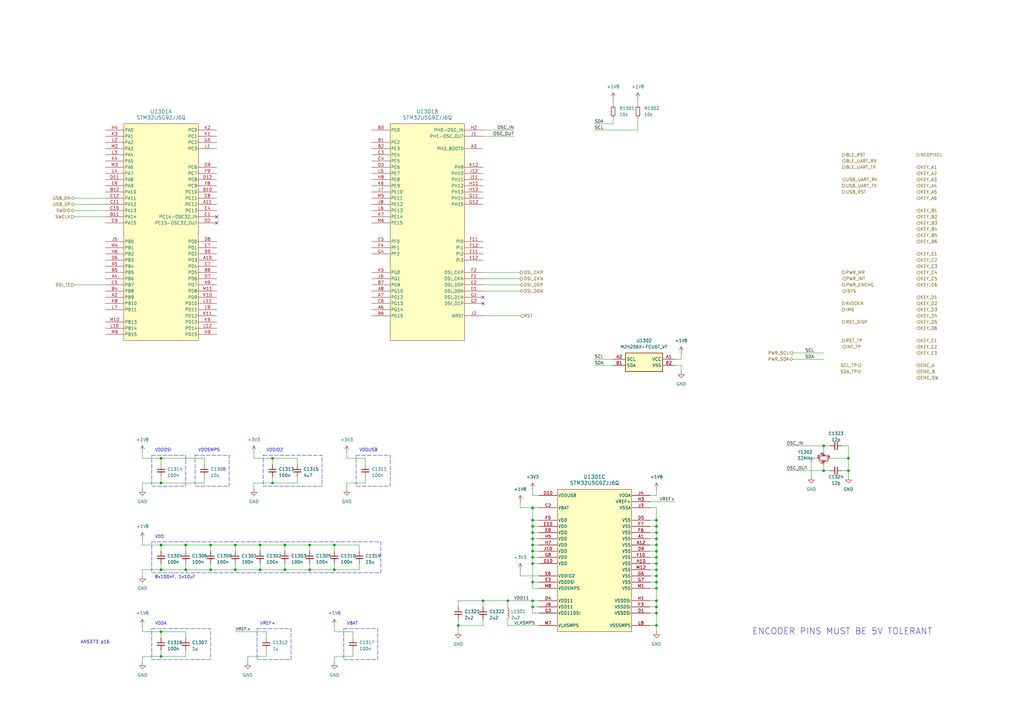
<source format=kicad_sch>
(kicad_sch (version 20231120) (generator "eeschema") (generator_version "8.0")
  (paper "A3")
  (lib_symbols
    (symbol "Device:C_Small" (pin_numbers hide) (pin_names (offset 0.254) hide)
      (property "Reference" "C" (at 0.254 1.778 0))
      (property "Value" "C_Small" (at 0.254 -2.032 0))
      (symbol "C_Small_0_1"
        (polyline (pts (xy -1.524 -0.508) (xy 1.524 -0.508)) (stroke (width 0.3302)))
        (polyline (pts (xy -1.524 0.508) (xy 1.524 0.508)) (stroke (width 0.3048)))
      )
      (symbol "C_Small_1_1"
        (pin passive line (at 0 2.54 270) (length 2.032) (name "~") (number "1"))
        (pin passive line (at 0 -2.54 90) (length 2.032) (name "~") (number "2"))
      )
    )
    (symbol "Device:Crystal_GND24_Small" (pin_names (offset 1.016) hide)
      (property "Reference" "Y" (at 1.27 4.445 0))
      (property "Value" "Crystal_GND24_Small" (at 1.27 2.54 0))
      (symbol "Crystal_GND24_Small_0_1"
        (rectangle (start -0.762 -1.524) (end 0.762 1.524))
        (polyline (pts (xy -1.27 -0.762) (xy -1.27 0.762)) (stroke (width 0.381)))
        (polyline (pts (xy 1.27 -0.762) (xy 1.27 0.762)) (stroke (width 0.381)))
        (polyline (pts (xy -1.27 -1.27) (xy -1.27 -1.905) (xy 1.27 -1.905) (xy 1.27 -1.27)))
        (polyline (pts (xy -1.27 1.27) (xy -1.27 1.905) (xy 1.27 1.905) (xy 1.27 1.27)))
      )
      (symbol "Crystal_GND24_Small_1_1"
        (pin passive line (at -2.54 0 0) (length 1.27) (name "1") (number "1"))
        (pin passive line (at 0 -2.54 90) (length 0.635) (name "2") (number "2"))
        (pin passive line (at 2.54 0 180) (length 1.27) (name "3") (number "3"))
        (pin passive line (at 0 2.54 270) (length 0.635) (name "4") (number "4"))
      )
    )
    (symbol "Device:L_Small" (pin_numbers hide) (pin_names (offset 0.254) hide)
      (property "Reference" "L" (at 0.762 1.016 0))
      (property "Value" "L_Small" (at 0.762 -1.016 0))
      (symbol "L_Small_0_1"
        (arc (start 0 -2.032) (mid 0.5058 -1.524) (end 0 -1.016))
        (arc (start 0 -1.016) (mid 0.5058 -0.508) (end 0 0))
        (arc (start 0 0) (mid 0.5058 0.508) (end 0 1.016))
        (arc (start 0 1.016) (mid 0.5058 1.524) (end 0 2.032))
      )
      (symbol "L_Small_1_1"
        (pin passive line (at 0 2.54 270) (length 0.508) (name "~") (number "1"))
        (pin passive line (at 0 -2.54 90) (length 0.508) (name "~") (number "2"))
      )
    )
    (symbol "Device:R_Small" (pin_numbers hide) (pin_names (offset 0.254) hide)
      (property "Reference" "R" (at 0.762 0.508 0))
      (property "Value" "R_Small" (at 0.762 -1.016 0))
      (symbol "R_Small_0_1"
        (rectangle (start -0.762 1.778) (end 0.762 -1.778) (stroke (width 0.2032)))
      )
      (symbol "R_Small_1_1"
        (pin passive line (at 0 2.54 270) (length 0.762) (name "~") (number "1"))
        (pin passive line (at 0 -2.54 90) (length 0.762) (name "~") (number "2"))
      )
    )
    (symbol "M24256X-FCU6T_VF:M24256X-FCU6T_VF"
      (property "Reference" "U" (at 0 7.62 0))
      (property "Value" "M24256X-FCU6T_VF" (at 0 5.08 0))
      (symbol "M24256X-FCU6T_VF_1_1"
        (rectangle (start -7.62 2.54) (end 7.62 -5.08) (stroke (width 0.254)) (fill (type background)))
        (pin passive line (at 12.7 0 180) (length 5.08) (name "VCC") (number "A1"))
        (pin passive line (at -12.7 0 0) (length 5.08) (name "SCL") (number "A2"))
        (pin passive line (at -12.7 -2.54 0) (length 5.08) (name "SDA") (number "B1"))
        (pin passive line (at 12.7 -2.54 180) (length 5.08) (name "VSS") (number "B2"))
      )
    )
    (symbol "STM32U5G9ZJJ6Q:STM32U5G9ZJJ6Q" (pin_names (offset 0.254))
      (property "Reference" "U" (at 0 5.08 0))
      (property "Value" "STM32U5G9ZJJ6Q" (at 0 2.54 0))
      (symbol "STM32U5G9ZJJ6Q_1_1"
        (rectangle (start -15.24 0) (end 15.24 -88.9) (fill (type background)))
        (pin bidirectional line (at 22.86 -55.88 180) (length 7.62) (name "PD3") (number "A10"))
        (pin bidirectional line (at 22.86 -33.02 180) (length 7.62) (name "PC12") (number "A11"))
        (pin bidirectional line (at -22.86 -71.12 0) (length 7.62) (name "PB9") (number "A2"))
        (pin bidirectional line (at -22.86 -63.5 0) (length 7.62) (name "PB6") (number "A4"))
        (pin bidirectional line (at -22.86 -58.42 0) (length 7.62) (name "PB4") (number "A5"))
        (pin bidirectional line (at 22.86 -66.04 180) (length 7.62) (name "PD7") (number "A9"))
        (pin bidirectional line (at 22.86 -27.94 180) (length 7.62) (name "PC10") (number "B10"))
        (pin bidirectional line (at -22.86 -38.1 0) (length 7.62) (name "PA14") (number "B11"))
        (pin bidirectional line (at -22.86 -27.94 0) (length 7.62) (name "PA10") (number "B12"))
        (pin bidirectional line (at -22.86 -68.58 0) (length 7.62) (name "PB8") (number "B4"))
        (pin bidirectional line (at -22.86 -60.96 0) (length 7.62) (name "PB5") (number "B5"))
        (pin bidirectional line (at 22.86 -60.96 180) (length 7.62) (name "PD5") (number "B8"))
        (pin bidirectional line (at 22.86 -53.34 180) (length 7.62) (name "PD2") (number "B9"))
        (pin bidirectional line (at 22.86 -38.1 180) (length 7.62) (name "PC14-OSC32_IN") (number "C1"))
        (pin bidirectional line (at -22.86 -35.56 0) (length 7.62) (name "PA13") (number "C10"))
        (pin bidirectional line (at -22.86 -33.02 0) (length 7.62) (name "PA12") (number "C11"))
        (pin bidirectional line (at -22.86 -30.48 0) (length 7.62) (name "PA11") (number "C12"))
        (pin bidirectional line (at -22.86 -66.04 0) (length 7.62) (name "PB7") (number "C5"))
        (pin bidirectional line (at 22.86 -58.42 180) (length 7.62) (name "PD4") (number "C7"))
        (pin bidirectional line (at 22.86 -30.48 180) (length 7.62) (name "PC11") (number "C8"))
        (pin bidirectional line (at -22.86 -40.64 0) (length 7.62) (name "PA15") (number "C9"))
        (pin bidirectional line (at -22.86 -22.86 0) (length 7.62) (name "PA8") (number "D11"))
        (pin bidirectional line (at 22.86 -22.86 180) (length 7.62) (name "PC8") (number "D12"))
        (pin output line (at 22.86 -40.64 180) (length 7.62) (name "PC15-OSC32_OUT") (number "D2"))
        (pin bidirectional line (at -22.86 -55.88 0) (length 7.62) (name "PB3") (number "D6"))
        (pin bidirectional line (at 22.86 -63.5 180) (length 7.62) (name "PD6") (number "D7"))
        (pin bidirectional line (at 22.86 -48.26 180) (length 7.62) (name "PD0") (number "D8"))
        (pin bidirectional line (at 22.86 -35.56 180) (length 7.62) (name "PC13") (number "E4"))
        (pin bidirectional line (at 22.86 -50.8 180) (length 7.62) (name "PD1") (number "E7"))
        (pin bidirectional line (at -22.86 -25.4 0) (length 7.62) (name "PA9") (number "E9"))
        (pin bidirectional line (at 22.86 -25.4 180) (length 7.62) (name "PC9") (number "F8"))
        (pin bidirectional line (at 22.86 -20.32 180) (length 7.62) (name "PC7") (number "F9"))
        (pin bidirectional line (at 22.86 -7.62 180) (length 7.62) (name "PC2") (number "G5"))
        (pin bidirectional line (at 22.86 -17.78 180) (length 7.62) (name "PC6") (number "G9"))
        (pin bidirectional line (at -22.86 -2.54 0) (length 7.62) (name "PA0") (number "H4"))
        (pin bidirectional line (at -22.86 -53.34 0) (length 7.62) (name "PB2") (number "H6"))
        (pin bidirectional line (at 22.86 -86.36 180) (length 7.62) (name "PD15") (number "H9"))
        (pin bidirectional line (at -22.86 -48.26 0) (length 7.62) (name "PB0") (number "J5"))
        (pin bidirectional line (at 22.86 -5.08 180) (length 7.62) (name "PC1") (number "K1"))
        (pin bidirectional line (at 22.86 -71.12 180) (length 7.62) (name "PD9") (number "K10"))
        (pin bidirectional line (at 22.86 -78.74 180) (length 7.62) (name "PD12") (number "K11"))
        (pin bidirectional line (at 22.86 -2.54 180) (length 7.62) (name "PC0") (number "K2"))
        (pin bidirectional line (at -22.86 -5.08 0) (length 7.62) (name "PA1") (number "K3"))
        (pin bidirectional line (at -22.86 -15.24 0) (length 7.62) (name "PA5") (number "K4"))
        (pin bidirectional line (at -22.86 -73.66 0) (length 7.62) (name "PB10") (number "K8"))
        (pin bidirectional line (at 22.86 -81.28 180) (length 7.62) (name "PD13") (number "K9"))
        (pin bidirectional line (at 22.86 -10.16 180) (length 7.62) (name "PC3") (number "L1"))
        (pin bidirectional line (at -22.86 -83.82 0) (length 7.62) (name "PB14") (number "L10"))
        (pin bidirectional line (at 22.86 -73.66 180) (length 7.62) (name "PD10") (number "L11"))
        (pin bidirectional line (at 22.86 -83.82 180) (length 7.62) (name "PD14") (number "L12"))
        (pin bidirectional line (at -22.86 -7.62 0) (length 7.62) (name "PA2") (number "L2"))
        (pin bidirectional line (at -22.86 -12.7 0) (length 7.62) (name "PA4") (number "L3"))
        (pin bidirectional line (at -22.86 -20.32 0) (length 7.62) (name "PA7") (number "L4"))
        (pin bidirectional line (at -22.86 -76.2 0) (length 7.62) (name "PB11") (number "L7"))
        (pin bidirectional line (at 22.86 -76.2 180) (length 7.62) (name "PD11") (number "L9"))
        (pin bidirectional line (at -22.86 -81.28 0) (length 7.62) (name "PB13") (number "M10"))
        (pin bidirectional line (at 22.86 -68.58 180) (length 7.62) (name "PD8") (number "M11"))
        (pin bidirectional line (at -22.86 -10.16 0) (length 7.62) (name "PA3") (number "M2"))
        (pin bidirectional line (at -22.86 -17.78 0) (length 7.62) (name "PA6") (number "M3"))
        (pin bidirectional line (at -22.86 -50.8 0) (length 7.62) (name "PB1") (number "M4"))
        (pin bidirectional line (at -22.86 -86.36 0) (length 7.62) (name "PB15") (number "M9"))
      )
      (symbol "STM32U5G9ZJJ6Q_2_1"
        (rectangle (start -15.24 0) (end 15.24 -88.9) (fill (type background)))
        (pin bidirectional line (at 22.86 -10.16 180) (length 7.62) (name "PH3_BOOT0") (number "A3"))
        (pin bidirectional line (at -22.86 -76.2 0) (length 7.62) (name "PG14") (number "A6"))
        (pin bidirectional line (at -22.86 -71.12 0) (length 7.62) (name "PG12") (number "A7"))
        (pin bidirectional line (at -22.86 -68.58 0) (length 7.62) (name "PG10") (number "A8"))
        (pin bidirectional line (at -22.86 -7.62 0) (length 7.62) (name "PE2") (number "B1"))
        (pin bidirectional line (at -22.86 -10.16 0) (length 7.62) (name "PE3") (number "B2"))
        (pin bidirectional line (at -22.86 -2.54 0) (length 7.62) (name "PE0") (number "B3"))
        (pin bidirectional line (at -22.86 -78.74 0) (length 7.62) (name "PG15") (number "B6"))
        (pin bidirectional line (at -22.86 -66.04 0) (length 7.62) (name "PG9") (number "B7"))
        (pin bidirectional line (at -22.86 -12.7 0) (length 7.62) (name "PE4") (number "C3"))
        (pin bidirectional line (at -22.86 -15.24 0) (length 7.62) (name "PE5") (number "C4"))
        (pin bidirectional line (at -22.86 -73.66 0) (length 7.62) (name "PG13") (number "C6"))
        (pin bidirectional line (at -22.86 -17.78 0) (length 7.62) (name "PE6") (number "D3"))
        (pin bidirectional line (at 22.86 -68.58 180) (length 7.62) (name "DSI_D0N") (number "E1"))
        (pin bidirectional line (at 22.86 -53.34 180) (length 7.62) (name "PI2") (number "E11"))
        (pin bidirectional line (at 22.86 -55.88 180) (length 7.62) (name "PI3") (number "E12"))
        (pin bidirectional line (at 22.86 -66.04 180) (length 7.62) (name "DSI_D0P") (number "E2"))
        (pin bidirectional line (at -22.86 -48.26 0) (length 7.62) (name "PF0") (number "E5"))
        (pin unspecified line (at 22.86 -63.5 180) (length 7.62) (name "DSI_CKN") (number "F1"))
        (pin bidirectional line (at 22.86 -48.26 180) (length 7.62) (name "PI0") (number "F11"))
        (pin bidirectional line (at 22.86 -50.8 180) (length 7.62) (name "PI1") (number "F12"))
        (pin unspecified line (at 22.86 -60.96 180) (length 7.62) (name "DSI_CKP") (number "F2"))
        (pin bidirectional line (at -22.86 -50.8 0) (length 7.62) (name "PF1") (number "F4"))
        (pin bidirectional line (at 22.86 -71.12 180) (length 7.62) (name "DSI_D1N") (number "G1"))
        (pin bidirectional line (at 22.86 -30.48 180) (length 7.62) (name "PH14") (number "G11"))
        (pin bidirectional line (at 22.86 -33.02 180) (length 7.62) (name "PH15") (number "G12"))
        (pin bidirectional line (at 22.86 -73.66 180) (length 7.62) (name "DSI_D1P") (number "G2"))
        (pin bidirectional line (at -22.86 -53.34 0) (length 7.62) (name "PF2") (number "G4"))
        (pin bidirectional line (at 22.86 -25.4 180) (length 7.62) (name "PH12") (number "H11"))
        (pin bidirectional line (at 22.86 -27.94 180) (length 7.62) (name "PH13") (number "H12"))
        (pin bidirectional line (at 22.86 -2.54 180) (length 7.62) (name "PH0-OSC_IN") (number "H2"))
        (pin bidirectional line (at -22.86 -22.86 0) (length 7.62) (name "PE8") (number "H8"))
        (pin output line (at 22.86 -5.08 180) (length 7.62) (name "PH1-OSC_OUT") (number "J1"))
        (pin bidirectional line (at 22.86 -22.86 180) (length 7.62) (name "PH11") (number "J11"))
        (pin bidirectional line (at 22.86 -20.32 180) (length 7.62) (name "PH10") (number "J12"))
        (pin unspecified line (at 22.86 -78.74 180) (length 7.62) (name "NRST") (number "J2"))
        (pin bidirectional line (at -22.86 -63.5 0) (length 7.62) (name "PG1") (number "J6"))
        (pin bidirectional line (at -22.86 -27.94 0) (length 7.62) (name "PE10") (number "J7"))
        (pin bidirectional line (at -22.86 -33.02 0) (length 7.62) (name "PE12") (number "J8"))
        (pin bidirectional line (at 22.86 -17.78 180) (length 7.62) (name "PH9") (number "K12"))
        (pin bidirectional line (at -22.86 -60.96 0) (length 7.62) (name "PG0") (number "K5"))
        (pin bidirectional line (at -22.86 -25.4 0) (length 7.62) (name "PE9") (number "K6"))
        (pin bidirectional line (at -22.86 -38.1 0) (length 7.62) (name "PE14") (number "K7"))
        (pin bidirectional line (at -22.86 -20.32 0) (length 7.62) (name "PE7") (number "L5"))
        (pin bidirectional line (at -22.86 -35.56 0) (length 7.62) (name "PE13") (number "L6"))
        (pin bidirectional line (at -22.86 -30.48 0) (length 7.62) (name "PE11") (number "M5"))
        (pin bidirectional line (at -22.86 -40.64 0) (length 7.62) (name "PE15") (number "M6"))
      )
      (symbol "STM32U5G9ZJJ6Q_3_1"
        (rectangle (start -15.24 0) (end 15.24 -58.42) (fill (type background)))
        (pin power_out line (at 22.86 -20.32 180) (length 7.62) (name "VSS") (number "A1"))
        (pin power_out line (at 22.86 -22.86 180) (length 7.62) (name "VSS") (number "A12"))
        (pin power_in line (at -22.86 -7.62 0) (length 7.62) (name "VBAT") (number "C2"))
        (pin power_out line (at 22.86 -50.8 180) (length 7.62) (name "VSSDSI") (number "D1"))
        (pin power_in line (at -22.86 -2.54 0) (length 7.62) (name "VDDUSB") (number "D10"))
        (pin power_in line (at -22.86 -45.72 0) (length 7.62) (name "VDD11") (number "D4"))
        (pin power_out line (at 22.86 -12.7 180) (length 7.62) (name "VSS") (number "D5"))
        (pin power_out line (at 22.86 -25.4 180) (length 7.62) (name "VSS") (number "D9"))
        (pin power_in line (at -22.86 -15.24 0) (length 7.62) (name "VDD") (number "E10"))
        (pin power_in line (at -22.86 -38.1 0) (length 7.62) (name "VDDDSI") (number "E3"))
        (pin power_in line (at -22.86 -35.56 0) (length 7.62) (name "VDDIO2") (number "E6"))
        (pin power_in line (at -22.86 -17.78 0) (length 7.62) (name "VDD") (number "E8"))
        (pin power_out line (at 22.86 -27.94 180) (length 7.62) (name "VSS") (number "F10"))
        (pin power_out line (at 22.86 -48.26 180) (length 7.62) (name "VSSDSI") (number "F3"))
        (pin power_in line (at -22.86 -12.7 0) (length 7.62) (name "VDD") (number "F5"))
        (pin power_out line (at 22.86 -17.78 180) (length 7.62) (name "VSS") (number "F6"))
        (pin power_out line (at 22.86 -15.24 180) (length 7.62) (name "VSS") (number "F7"))
        (pin power_in line (at -22.86 -30.48 0) (length 7.62) (name "VDD") (number "G10"))
        (pin power_in line (at -22.86 -50.8 0) (length 7.62) (name "VDD11DSI") (number "G3"))
        (pin power_out line (at 22.86 -35.56 180) (length 7.62) (name "VSS") (number "G6"))
        (pin power_out line (at 22.86 -38.1 180) (length 7.62) (name "VSS") (number "G7"))
        (pin power_in line (at -22.86 -27.94 0) (length 7.62) (name "VDD") (number "G8"))
        (pin power_out line (at 22.86 -45.72 180) (length 7.62) (name "VSSDSI") (number "H1"))
        (pin power_out line (at 22.86 -30.48 180) (length 7.62) (name "VSS") (number "H10"))
        (pin power_in line (at 22.86 -5.08 180) (length 7.62) (name "VREF+") (number "H3"))
        (pin power_in line (at -22.86 -20.32 0) (length 7.62) (name "VDD") (number "H5"))
        (pin power_in line (at -22.86 -22.86 0) (length 7.62) (name "VDD") (number "H7"))
        (pin power_in line (at -22.86 -25.4 0) (length 7.62) (name "VDD") (number "J10"))
        (pin power_out line (at 22.86 -7.62 180) (length 7.62) (name "VSSA") (number "J3"))
        (pin power_in line (at 22.86 -2.54 180) (length 7.62) (name "VDDA") (number "J4"))
        (pin power_in line (at -22.86 -48.26 0) (length 7.62) (name "VDD11") (number "J9"))
        (pin power_out line (at 22.86 -55.88 180) (length 7.62) (name "VSSSMPS") (number "L8"))
        (pin power_out line (at 22.86 -40.64 180) (length 7.62) (name "VSS") (number "M1"))
        (pin power_out line (at 22.86 -33.02 180) (length 7.62) (name "VSS") (number "M12"))
        (pin unspecified line (at -22.86 -55.88 0) (length 7.62) (name "VLXSMPS") (number "M7"))
        (pin power_in line (at -22.86 -40.64 0) (length 7.62) (name "VDDSMPS") (number "M8"))
      )
    )
    (symbol "power:+1V8" (power) (pin_numbers hide) (pin_names (offset 0) hide)
      (property "Value" "+1V8" (at 0 3.556 0))
      (symbol "+1V8_0_1"
        (polyline (pts (xy -0.762 1.27) (xy 0 2.54)))
        (polyline (pts (xy 0 0) (xy 0 2.54)))
        (polyline (pts (xy 0 2.54) (xy 0.762 1.27)))
      )
      (symbol "+1V8_1_1"
        (pin power_in line (at 0 0 90) (length 0) (name "~") (number "1"))
      )
    )
    (symbol "power:+3V3" (power) (pin_numbers hide) (pin_names (offset 0) hide)
      (property "Value" "+3V3" (at 0 3.556 0))
      (symbol "+3V3_0_1"
        (polyline (pts (xy -0.762 1.27) (xy 0 2.54)))
        (polyline (pts (xy 0 0) (xy 0 2.54)))
        (polyline (pts (xy 0 2.54) (xy 0.762 1.27)))
      )
      (symbol "+3V3_1_1"
        (pin power_in line (at 0 0 90) (length 0) (name "~") (number "1"))
      )
    )
    (symbol "power:GND" (power) (pin_numbers hide) (pin_names (offset 0) hide)
      (property "Value" "GND" (at 0 -3.81 0))
      (symbol "GND_0_1"
        (polyline (pts (xy 0 0) (xy 0 -1.27) (xy 1.27 -1.27) (xy 0 -2.54) (xy -1.27 -1.27) (xy 0 -1.27)))
      )
      (symbol "GND_1_1"
        (pin power_in line (at 0 0 270) (length 0) (name "~") (number "1"))
      )
    )
  )
  (junction (at 96.52 233.68))
  (junction (at 76.2 223.52))
  (junction (at 269.24 218.44))
  (junction (at 347.98 193.04))
  (junction (at 127 233.68))
  (junction (at 347.98 187.96))
  (junction (at 66.04 269.24))
  (junction (at 116.84 233.68))
  (junction (at 127 223.52))
  (junction (at 218.44 223.52))
  (junction (at 269.24 226.06))
  (junction (at 269.24 213.36))
  (junction (at 116.84 223.52))
  (junction (at 269.24 238.76))
  (junction (at 86.36 233.68))
  (junction (at 111.76 187.96))
  (junction (at 269.24 246.38))
  (junction (at 218.44 228.6))
  (junction (at 66.04 233.68))
  (junction (at 269.24 236.22))
  (junction (at 269.24 233.68))
  (junction (at 269.24 215.9))
  (junction (at 66.04 259.08))
  (junction (at 106.68 223.52))
  (junction (at 218.44 238.76))
  (junction (at 218.44 208.28))
  (junction (at 187.96 256.54))
  (junction (at 198.12 246.38))
  (junction (at 269.24 251.46))
  (junction (at 208.28 246.38))
  (junction (at 66.04 223.52))
  (junction (at 86.36 223.52))
  (junction (at 218.44 248.92))
  (junction (at 66.04 198.12))
  (junction (at 269.24 228.6))
  (junction (at 111.76 198.12))
  (junction (at 218.44 220.98))
  (junction (at 66.04 187.96))
  (junction (at 269.24 220.98))
  (junction (at 218.44 226.06))
  (junction (at 218.44 218.44))
  (junction (at 137.16 223.52))
  (junction (at 106.68 233.68))
  (junction (at 76.2 233.68))
  (junction (at 218.44 215.9))
  (junction (at 337.82 193.04))
  (junction (at 218.44 213.36))
  (junction (at 269.24 241.3))
  (junction (at 337.82 182.88))
  (junction (at 269.24 231.14))
  (junction (at 269.24 223.52))
  (junction (at 269.24 256.54))
  (junction (at 137.16 233.68))
  (junction (at 218.44 246.38))
  (junction (at 218.44 231.14))
  (junction (at 269.24 248.92))
  (junction (at 96.52 223.52))
  (no_connect (at 88.9 91.44))
  (no_connect (at 198.12 121.92))
  (no_connect (at 88.9 88.9))
  (no_connect (at 198.12 124.46))
  (wire (pts (xy 218.44 246.38) (xy 218.44 248.92)))
  (wire (pts (xy 66.04 198.12) (xy 66.04 195.58)))
  (wire (pts (xy 218.44 231.14) (xy 220.98 231.14)))
  (wire (pts (xy 220.98 241.3) (xy 218.44 241.3)))
  (wire (pts (xy 325.12 144.78) (xy 337.82 144.78)))
  (wire (pts (xy 147.32 233.68) (xy 147.32 231.14)))
  (wire (pts (xy 76.2 233.68) (xy 76.2 231.14)))
  (wire (pts (xy 58.42 233.68) (xy 66.04 233.68)))
  (wire (pts (xy 218.44 248.92) (xy 218.44 251.46)))
  (wire (pts (xy 106.68 223.52) (xy 116.84 223.52)))
  (wire (pts (xy 66.04 187.96) (xy 66.04 190.5)))
  (wire (pts (xy 269.24 259.08) (xy 269.24 256.54)))
  (wire (pts (xy 144.78 261.62) (xy 144.78 259.08)))
  (wire (pts (xy 187.96 248.92) (xy 187.96 246.38)))
  (wire (pts (xy 137.16 259.08) (xy 144.78 259.08)))
  (wire (pts (xy 218.44 208.28) (xy 218.44 213.36)))
  (wire (pts (xy 116.84 233.68) (xy 116.84 231.14)))
  (wire (pts (xy 137.16 233.68) (xy 137.16 231.14)))
  (wire (pts (xy 261.62 53.34) (xy 261.62 48.26)))
  (wire (pts (xy 213.36 233.68) (xy 213.36 236.22)))
  (wire (pts (xy 218.44 226.06) (xy 220.98 226.06)))
  (wire (pts (xy 269.24 238.76) (xy 266.7 238.76)))
  (wire (pts (xy 83.82 195.58) (xy 83.82 198.12)))
  (wire (pts (xy 137.16 223.52) (xy 137.16 226.06)))
  (wire (pts (xy 213.36 114.3) (xy 198.12 114.3)))
  (wire (pts (xy 269.24 213.36) (xy 266.7 213.36)))
  (wire (pts (xy 337.82 182.88) (xy 340.36 182.88)))
  (wire (pts (xy 66.04 223.52) (xy 66.04 226.06)))
  (wire (pts (xy 269.24 223.52) (xy 266.7 223.52)))
  (wire (pts (xy 322.58 182.88) (xy 337.82 182.88)))
  (wire (pts (xy 76.2 266.7) (xy 76.2 269.24)))
  (wire (pts (xy 144.78 266.7) (xy 144.78 269.24)))
  (wire (pts (xy 208.28 246.38) (xy 218.44 246.38)))
  (wire (pts (xy 101.6 271.78) (xy 101.6 269.24)))
  (wire (pts (xy 213.36 236.22) (xy 220.98 236.22)))
  (wire (pts (xy 104.14 185.42) (xy 104.14 187.96)))
  (wire (pts (xy 218.44 215.9) (xy 220.98 215.9)))
  (wire (pts (xy 269.24 218.44) (xy 266.7 218.44)))
  (wire (pts (xy 337.82 185.42) (xy 337.82 182.88)))
  (wire (pts (xy 106.68 223.52) (xy 106.68 226.06)))
  (wire (pts (xy 66.04 259.08) (xy 66.04 261.62)))
  (wire (pts (xy 137.16 269.24) (xy 144.78 269.24)))
  (wire (pts (xy 187.96 256.54) (xy 187.96 259.08)))
  (wire (pts (xy 86.36 233.68) (xy 86.36 231.14)))
  (wire (pts (xy 127 223.52) (xy 137.16 223.52)))
  (wire (pts (xy 269.24 236.22) (xy 266.7 236.22)))
  (wire (pts (xy 269.24 213.36) (xy 269.24 215.9)))
  (wire (pts (xy 269.24 226.06) (xy 269.24 228.6)))
  (wire (pts (xy 218.44 213.36) (xy 218.44 215.9)))
  (wire (pts (xy 104.14 187.96) (xy 111.76 187.96)))
  (wire (pts (xy 58.42 223.52) (xy 66.04 223.52)))
  (wire (pts (xy 218.44 251.46) (xy 220.98 251.46)))
  (wire (pts (xy 149.86 190.5) (xy 149.86 187.96)))
  (wire (pts (xy 142.24 200.66) (xy 142.24 198.12)))
  (wire (pts (xy 279.4 144.78) (xy 279.4 147.32)))
  (wire (pts (xy 269.24 200.66) (xy 269.24 203.2)))
  (wire (pts (xy 106.68 233.68) (xy 106.68 231.14)))
  (wire (pts (xy 269.24 248.92) (xy 266.7 248.92)))
  (wire (pts (xy 111.76 187.96) (xy 111.76 190.5)))
  (wire (pts (xy 251.46 40.64) (xy 251.46 43.18)))
  (wire (pts (xy 218.44 228.6) (xy 220.98 228.6)))
  (wire (pts (xy 66.04 223.52) (xy 76.2 223.52)))
  (wire (pts (xy 58.42 269.24) (xy 66.04 269.24)))
  (wire (pts (xy 104.14 200.66) (xy 104.14 198.12)))
  (wire (pts (xy 269.24 236.22) (xy 269.24 238.76)))
  (wire (pts (xy 269.24 231.14) (xy 269.24 233.68)))
  (wire (pts (xy 213.36 205.74) (xy 213.36 208.28)))
  (wire (pts (xy 269.24 223.52) (xy 269.24 226.06)))
  (wire (pts (xy 147.32 223.52) (xy 147.32 226.06)))
  (wire (pts (xy 243.84 50.8) (xy 251.46 50.8)))
  (wire (pts (xy 101.6 269.24) (xy 109.22 269.24)))
  (wire (pts (xy 187.96 254) (xy 187.96 256.54)))
  (wire (pts (xy 269.24 246.38) (xy 266.7 246.38)))
  (wire (pts (xy 96.52 223.52) (xy 96.52 226.06)))
  (wire (pts (xy 106.68 233.68) (xy 116.84 233.68)))
  (wire (pts (xy 213.36 111.76) (xy 198.12 111.76)))
  (wire (pts (xy 86.36 223.52) (xy 86.36 226.06)))
  (wire (pts (xy 96.52 233.68) (xy 106.68 233.68)))
  (wire (pts (xy 66.04 269.24) (xy 76.2 269.24)))
  (wire (pts (xy 337.82 190.5) (xy 337.82 193.04)))
  (wire (pts (xy 218.44 228.6) (xy 218.44 231.14)))
  (wire (pts (xy 30.48 83.82) (xy 43.18 83.82)))
  (wire (pts (xy 218.44 215.9) (xy 218.44 218.44)))
  (wire (pts (xy 269.24 256.54) (xy 266.7 256.54)))
  (wire (pts (xy 121.92 195.58) (xy 121.92 198.12)))
  (wire (pts (xy 218.44 223.52) (xy 220.98 223.52)))
  (wire (pts (xy 58.42 259.08) (xy 66.04 259.08)))
  (wire (pts (xy 30.48 88.9) (xy 43.18 88.9)))
  (wire (pts (xy 269.24 241.3) (xy 266.7 241.3)))
  (wire (pts (xy 127 223.52) (xy 127 226.06)))
  (wire (pts (xy 96.52 233.68) (xy 96.52 231.14)))
  (wire (pts (xy 269.24 228.6) (xy 269.24 231.14)))
  (wire (pts (xy 187.96 246.38) (xy 198.12 246.38)))
  (wire (pts (xy 269.24 241.3) (xy 269.24 246.38)))
  (wire (pts (xy 66.04 269.24) (xy 66.04 266.7)))
  (wire (pts (xy 208.28 248.92) (xy 208.28 246.38)))
  (wire (pts (xy 76.2 223.52) (xy 76.2 226.06)))
  (wire (pts (xy 86.36 223.52) (xy 96.52 223.52)))
  (wire (pts (xy 30.48 81.28) (xy 43.18 81.28)))
  (wire (pts (xy 269.24 215.9) (xy 269.24 218.44)))
  (wire (pts (xy 269.24 233.68) (xy 269.24 236.22)))
  (wire (pts (xy 198.12 55.88) (xy 210.82 55.88)))
  (wire (pts (xy 218.44 226.06) (xy 218.44 228.6)))
  (wire (pts (xy 58.42 271.78) (xy 58.42 269.24)))
  (wire (pts (xy 332.74 187.96) (xy 335.28 187.96)))
  (wire (pts (xy 86.36 233.68) (xy 96.52 233.68)))
  (wire (pts (xy 347.98 182.88) (xy 345.44 182.88)))
  (wire (pts (xy 198.12 246.38) (xy 198.12 248.92)))
  (wire (pts (xy 142.24 185.42) (xy 142.24 187.96)))
  (wire (pts (xy 269.24 226.06) (xy 266.7 226.06)))
  (wire (pts (xy 347.98 182.88) (xy 347.98 187.96)))
  (wire (pts (xy 347.98 187.96) (xy 347.98 193.04)))
  (wire (pts (xy 243.84 53.34) (xy 261.62 53.34)))
  (wire (pts (xy 83.82 190.5) (xy 83.82 187.96)))
  (wire (pts (xy 218.44 248.92) (xy 220.98 248.92)))
  (wire (pts (xy 218.44 218.44) (xy 220.98 218.44)))
  (wire (pts (xy 218.44 213.36) (xy 220.98 213.36)))
  (wire (pts (xy 269.24 218.44) (xy 269.24 220.98)))
  (wire (pts (xy 142.24 187.96) (xy 149.86 187.96)))
  (wire (pts (xy 111.76 195.58) (xy 111.76 198.12)))
  (wire (pts (xy 58.42 200.66) (xy 58.42 198.12)))
  (wire (pts (xy 269.24 215.9) (xy 266.7 215.9)))
  (wire (pts (xy 198.12 53.34) (xy 210.82 53.34)))
  (wire (pts (xy 218.44 231.14) (xy 218.44 238.76)))
  (wire (pts (xy 58.42 223.52) (xy 58.42 220.98)))
  (wire (pts (xy 269.24 231.14) (xy 266.7 231.14)))
  (wire (pts (xy 58.42 198.12) (xy 66.04 198.12)))
  (wire (pts (xy 269.24 208.28) (xy 269.24 213.36)))
  (wire (pts (xy 218.44 220.98) (xy 220.98 220.98)))
  (wire (pts (xy 127 233.68) (xy 137.16 233.68)))
  (wire (pts (xy 198.12 246.38) (xy 208.28 246.38)))
  (wire (pts (xy 218.44 208.28) (xy 220.98 208.28)))
  (wire (pts (xy 251.46 50.8) (xy 251.46 48.26)))
  (wire (pts (xy 58.42 187.96) (xy 66.04 187.96)))
  (wire (pts (xy 208.28 254) (xy 208.28 256.54)))
  (wire (pts (xy 243.84 147.32) (xy 251.46 147.32)))
  (wire (pts (xy 76.2 233.68) (xy 86.36 233.68)))
  (wire (pts (xy 137.16 233.68) (xy 147.32 233.68)))
  (wire (pts (xy 340.36 193.04) (xy 337.82 193.04)))
  (wire (pts (xy 261.62 40.64) (xy 261.62 43.18)))
  (wire (pts (xy 279.4 149.86) (xy 279.4 152.4)))
  (wire (pts (xy 213.36 116.84) (xy 198.12 116.84)))
  (wire (pts (xy 198.12 254) (xy 198.12 256.54)))
  (wire (pts (xy 96.52 223.52) (xy 106.68 223.52)))
  (wire (pts (xy 220.98 246.38) (xy 218.44 246.38)))
  (wire (pts (xy 269.24 220.98) (xy 269.24 223.52)))
  (wire (pts (xy 269.24 251.46) (xy 269.24 256.54)))
  (wire (pts (xy 58.42 185.42) (xy 58.42 187.96)))
  (wire (pts (xy 142.24 198.12) (xy 149.86 198.12)))
  (wire (pts (xy 137.16 223.52) (xy 147.32 223.52)))
  (wire (pts (xy 96.52 259.08) (xy 109.22 259.08)))
  (wire (pts (xy 104.14 198.12) (xy 111.76 198.12)))
  (wire (pts (xy 269.24 203.2) (xy 266.7 203.2)))
  (wire (pts (xy 340.36 187.96) (xy 347.98 187.96)))
  (wire (pts (xy 30.48 86.36) (xy 43.18 86.36)))
  (wire (pts (xy 276.86 147.32) (xy 279.4 147.32)))
  (wire (pts (xy 276.86 205.74) (xy 266.7 205.74)))
  (wire (pts (xy 347.98 193.04) (xy 347.98 195.58)))
  (wire (pts (xy 218.44 223.52) (xy 218.44 226.06)))
  (wire (pts (xy 322.58 193.04) (xy 337.82 193.04)))
  (wire (pts (xy 116.84 223.52) (xy 116.84 226.06)))
  (wire (pts (xy 149.86 195.58) (xy 149.86 198.12)))
  (wire (pts (xy 345.44 193.04) (xy 347.98 193.04)))
  (wire (pts (xy 83.82 198.12) (xy 66.04 198.12)))
  (wire (pts (xy 269.24 228.6) (xy 266.7 228.6)))
  (wire (pts (xy 243.84 149.86) (xy 251.46 149.86)))
  (wire (pts (xy 109.22 261.62) (xy 109.22 259.08)))
  (wire (pts (xy 269.24 248.92) (xy 269.24 251.46)))
  (wire (pts (xy 218.44 200.66) (xy 218.44 203.2)))
  (wire (pts (xy 137.16 271.78) (xy 137.16 269.24)))
  (wire (pts (xy 121.92 187.96) (xy 121.92 190.5)))
  (wire (pts (xy 66.04 259.08) (xy 76.2 259.08)))
  (wire (pts (xy 218.44 220.98) (xy 218.44 223.52)))
  (wire (pts (xy 276.86 149.86) (xy 279.4 149.86)))
  (wire (pts (xy 269.24 238.76) (xy 269.24 241.3)))
  (wire (pts (xy 127 233.68) (xy 127 231.14)))
  (wire (pts (xy 116.84 233.68) (xy 127 233.68)))
  (wire (pts (xy 116.84 223.52) (xy 127 223.52)))
  (wire (pts (xy 66.04 233.68) (xy 76.2 233.68)))
  (wire (pts (xy 213.36 119.38) (xy 198.12 119.38)))
  (wire (pts (xy 58.42 256.54) (xy 58.42 259.08)))
  (wire (pts (xy 76.2 223.52) (xy 86.36 223.52)))
  (wire (pts (xy 269.24 220.98) (xy 266.7 220.98)))
  (wire (pts (xy 66.04 187.96) (xy 83.82 187.96)))
  (wire (pts (xy 213.36 208.28) (xy 218.44 208.28)))
  (wire (pts (xy 218.44 238.76) (xy 218.44 241.3)))
  (wire (pts (xy 269.24 246.38) (xy 269.24 248.92)))
  (wire (pts (xy 218.44 203.2) (xy 220.98 203.2)))
  (wire (pts (xy 109.22 266.7) (xy 109.22 269.24)))
  (wire (pts (xy 121.92 198.12) (xy 111.76 198.12)))
  (wire (pts (xy 198.12 129.54) (xy 213.36 129.54)))
  (wire (pts (xy 332.74 187.96) (xy 332.74 195.58)))
  (wire (pts (xy 76.2 259.08) (xy 76.2 261.62)))
  (wire (pts (xy 30.48 116.84) (xy 43.18 116.84)))
  (wire (pts (xy 269.24 208.28) (xy 266.7 208.28)))
  (wire (pts (xy 58.42 236.22) (xy 58.42 233.68)))
  (wire (pts (xy 325.12 147.32) (xy 337.82 147.32)))
  (wire (pts (xy 66.04 233.68) (xy 66.04 231.14)))
  (wire (pts (xy 269.24 233.68) (xy 266.7 233.68)))
  (wire (pts (xy 218.44 238.76) (xy 220.98 238.76)))
  (wire (pts (xy 269.24 251.46) (xy 266.7 251.46)))
  (wire (pts (xy 111.76 187.96) (xy 121.92 187.96)))
  (wire (pts (xy 137.16 256.54) (xy 137.16 259.08)))
  (wire (pts (xy 198.12 256.54) (xy 187.96 256.54)))
  (wire (pts (xy 218.44 218.44) (xy 218.44 220.98)))
  (wire (pts (xy 208.28 256.54) (xy 220.98 256.54)))
  (rectangle (start 62.23 257.81) (end 86.36 270.51) (stroke (width 0) (type dash)))
  (rectangle (start 62.23 222.25) (end 156.21 234.95) (stroke (width 0) (type dash)))
  (rectangle (start 80.01 186.69) (end 93.98 199.39) (stroke (width 0) (type dash)))
  (rectangle (start 107.95 186.69) (end 132.08 199.39) (stroke (width 0) (type dash)))
  (rectangle (start 105.41 257.81) (end 119.38 270.51) (stroke (width 0) (type dash)))
  (rectangle (start 146.05 186.69) (end 160.02 199.39) (stroke (width 0) (type dash)))
  (rectangle (start 140.97 257.81) (end 154.94 270.51) (stroke (width 0) (type dash)))
  (rectangle (start 62.23 186.69) (end 76.2 199.39) (stroke (width 0) (type dash)))
  (text "VDDDSI" (at 63.5 185.42 0) (effects (font (size 1.27 1.27)) (justify left bottom)))
  (text "ENCODER PINS MUST BE 5V TOLERANT" (at 345.44 259.08 0) (effects (font (size 2.54 2.54))))
  (text "8x100nF, 1x10uF" (at 63.5 237.49 0) (effects (font (size 1.27 1.27)) (justify left bottom)))
  (text "VREF+" (at 106.68 256.54 0) (effects (font (size 1.27 1.27)) (justify left bottom)))
  (text "VDDUSB" (at 147.32 185.42 0) (effects (font (size 1.27 1.27)) (justify left bottom)))
  (text "VBAT" (at 142.24 256.54 0) (effects (font (size 1.27 1.27)) (justify left bottom)))
  (text "VDDA" (at 63.5 256.54 0) (effects (font (size 1.27 1.27)) (justify left bottom)))
  (text "VDD" (at 63.5 220.98 0) (effects (font (size 1.27 1.27)) (justify left bottom)))
  (text "AN5373 p16" (at 33.02 264.16 0) (effects (font (size 1.27 1.27)) (justify left bottom)))
  (text "VDDIO2" (at 109.22 185.42 0) (effects (font (size 1.27 1.27)) (justify left bottom)))
  (text "VDDSMPS" (at 81.28 185.42 0) (effects (font (size 1.27 1.27)) (justify left bottom)))
  (label "SDA" (at 243.84 149.86 0))
  (label "SCL" (at 330.2 144.78 0))
  (label "OSC_IN" (at 210.82 53.34 180))
  (label "OSC_OUT" (at 210.82 55.88 180))
  (label "SDA" (at 243.84 50.8 0))
  (label "VREF+" (at 96.52 259.08 0))
  (label "OSC_OUT" (at 322.58 193.04 0))
  (label "SCL" (at 243.84 147.32 0))
  (label "OSC_IN" (at 322.58 182.88 0))
  (label "VLXSMPS" (at 210.82 256.54 0))
  (label "VDD11" (at 210.82 246.38 0))
  (label "SDA" (at 330.2 147.32 0))
  (label "VREF+" (at 276.86 205.74 180))
  (label "SCL" (at 243.84 53.34 0))
  (hierarchical_label "KEY_E3" (shape input) (at 375.92 144.78 0))
  (hierarchical_label "KEY_B2" (shape input) (at 375.92 88.9 0))
  (hierarchical_label "PWR_SDA" (shape bidirectional) (at 325.12 147.32 180))
  (hierarchical_label "DSI_D0N" (shape bidirectional) (at 213.36 119.38 0))
  (hierarchical_label "ENC_A" (shape input) (at 375.92 149.86 0))
  (hierarchical_label "SWCLK" (shape input) (at 30.48 88.9 180))
  (hierarchical_label "KEY_D2" (shape input) (at 375.92 124.46 0))
  (hierarchical_label "DSI_D0P" (shape bidirectional) (at 213.36 116.84 0))
  (hierarchical_label "KEY_A4" (shape input) (at 375.92 76.2 0))
  (hierarchical_label "KEY_D6" (shape input) (at 375.92 134.62 0))
  (hierarchical_label "KEY_B1" (shape input) (at 375.92 86.36 0))
  (hierarchical_label "BLE_UART_TX" (shape output) (at 345.44 68.58 0))
  (hierarchical_label "BLE_UART_RX" (shape input) (at 345.44 66.04 0))
  (hierarchical_label "KEY_D4" (shape input) (at 375.92 129.54 0))
  (hierarchical_label "KEY_E2" (shape input) (at 375.92 142.24 0))
  (hierarchical_label "USB_DP" (shape bidirectional) (at 30.48 83.82 180))
  (hierarchical_label "SCL_TP" (shape output) (at 353.06 149.86 180))
  (hierarchical_label "KEY_A6" (shape input) (at 375.92 81.28 0))
  (hierarchical_label "KEY_D3" (shape input) (at 375.92 127 0))
  (hierarchical_label "ENC_B" (shape input) (at 375.92 152.4 0))
  (hierarchical_label "KEY_B5" (shape input) (at 375.92 96.52 0))
  (hierarchical_label "KEY_C1" (shape input) (at 375.92 104.14 0))
  (hierarchical_label "RST_TP" (shape output) (at 345.44 139.7 0))
  (hierarchical_label "USB_RST" (shape output) (at 345.44 78.74 0))
  (hierarchical_label "KEY_B4" (shape input) (at 375.92 93.98 0))
  (hierarchical_label "KEY_A2" (shape input) (at 375.92 71.12 0))
  (hierarchical_label "SWDIO" (shape bidirectional) (at 30.48 86.36 180))
  (hierarchical_label "DSI_CKP" (shape output) (at 213.36 111.76 0))
  (hierarchical_label "INT_TP" (shape input) (at 345.44 142.24 0))
  (hierarchical_label "PWR_SCL" (shape output) (at 325.12 144.78 180))
  (hierarchical_label "PWR_MR" (shape output) (at 345.44 111.76 0))
  (hierarchical_label "KEY_C6" (shape input) (at 375.92 116.84 0))
  (hierarchical_label "KEY_C2" (shape input) (at 375.92 106.68 0))
  (hierarchical_label "PWR_INT" (shape input) (at 345.44 114.3 0))
  (hierarchical_label "ENC_SW" (shape input) (at 375.92 154.94 0))
  (hierarchical_label "KEY_B6" (shape input) (at 375.92 99.06 0))
  (hierarchical_label "KEY_A5" (shape input) (at 375.92 78.74 0))
  (hierarchical_label "KEY_A3" (shape input) (at 375.92 73.66 0))
  (hierarchical_label "KEY_E1" (shape input) (at 375.92 139.7 0))
  (hierarchical_label "SDA_TP" (shape bidirectional) (at 353.06 152.4 180))
  (hierarchical_label "KEY_A1" (shape input) (at 375.92 68.58 0))
  (hierarchical_label "PWR_ENCHG" (shape output) (at 345.44 116.84 0))
  (hierarchical_label "RST_DISP" (shape output) (at 345.44 132.08 0))
  (hierarchical_label "NEOPIXEL" (shape output) (at 375.92 63.5 0))
  (hierarchical_label "KEY_C3" (shape input) (at 375.92 109.22 0))
  (hierarchical_label "USB_DN" (shape bidirectional) (at 30.48 81.28 180))
  (hierarchical_label "IM0" (shape output) (at 345.44 127 0))
  (hierarchical_label "ISYS" (shape input) (at 345.44 119.38 0))
  (hierarchical_label "RST" (shape input) (at 213.36 129.54 0))
  (hierarchical_label "USB_UART_TX" (shape output) (at 345.44 76.2 0))
  (hierarchical_label "USB_UART_RX" (shape input) (at 345.44 73.66 0))
  (hierarchical_label "KEY_D1" (shape input) (at 375.92 121.92 0))
  (hierarchical_label "KEY_C5" (shape input) (at 375.92 114.3 0))
  (hierarchical_label "KEY_C4" (shape input) (at 375.92 111.76 0))
  (hierarchical_label "AVDDEN" (shape output) (at 345.44 124.46 0))
  (hierarchical_label "BLE_RST" (shape output) (at 345.44 63.5 0))
  (hierarchical_label "DSI_TE" (shape input) (at 30.48 116.84 180))
  (hierarchical_label "KEY_B3" (shape input) (at 375.92 91.44 0))
  (hierarchical_label "KEY_D5" (shape input) (at 375.92 132.08 0))
  (hierarchical_label "DSI_CKN" (shape output) (at 213.36 114.3 0))
  (symbol (lib_id "Device:C_Small") (at 109.22 264.16 0) (unit 1)
    (property "Reference" "C1312" (at 111.76 263.5313 0) (effects (justify left)))
    (property "Value" "1u" (at 111.76 266.0713 0) (effects (justify left)))
    (property "Footprint" "Capacitor_SMD:C_0402_1005Metric" (effects (hide yes)))
    (property "Description" "Unpolarized capacitor, small symbol" (effects (hide yes)))
  )
  (symbol (lib_id "power:+1V8") (at 261.62 40.64 0) (mirror y) (unit 1)
    (property "Reference" "#PWR01303" (effects (hide yes)))
    (property "Value" "+1V8" (at 261.62 35.56 0))
    (property "Description" "Power symbol creates a global label with name \"+1V8\"" (effects (hide yes)))
  )
  (symbol (lib_id "power:GND") (at 347.98 195.58 0) (unit 1)
    (property "Reference" "#PWR01326" (effects (hide yes)))
    (property "Value" "GND" (at 347.98 200.66 0))
    (property "Description" "Power symbol creates a global label with name \"GND\" , ground" (effects (hide yes)))
  )
  (symbol (lib_id "power:+1V8") (at 251.46 40.64 0) (mirror y) (unit 1)
    (property "Reference" "#PWR01302" (effects (hide yes)))
    (property "Value" "+1V8" (at 251.46 35.56 0))
    (property "Description" "Power symbol creates a global label with name \"+1V8\"" (effects (hide yes)))
  )
  (symbol (lib_id "power:+1V8") (at 279.4 144.78 0) (mirror y) (unit 1)
    (property "Reference" "#PWR01301" (effects (hide yes)))
    (property "Value" "+1V8" (at 279.4 139.7 0))
    (property "Description" "Power symbol creates a global label with name \"+1V8\"" (effects (hide yes)))
  )
  (symbol (lib_id "Device:C_Small") (at 127 228.6 0) (unit 1)
    (property "Reference" "C1305" (at 129.54 227.9713 0) (effects (justify left)))
    (property "Value" "100n" (at 129.54 230.5113 0) (effects (justify left)))
    (property "Footprint" "Capacitor_SMD:C_0402_1005Metric" (effects (hide yes)))
    (property "Description" "Unpolarized capacitor, small symbol" (effects (hide yes)))
  )
  (symbol (lib_id "Device:C_Small") (at 66.04 228.6 0) (unit 1)
    (property "Reference" "C1304" (at 68.58 227.9713 0) (effects (justify left)))
    (property "Value" "100n" (at 68.58 230.5113 0) (effects (justify left)))
    (property "Footprint" "Capacitor_SMD:C_0402_1005Metric" (effects (hide yes)))
    (property "Description" "Unpolarized capacitor, small symbol" (effects (hide yes)))
  )
  (symbol (lib_id "power:+1V8") (at 269.24 200.66 0) (mirror y) (unit 1)
    (property "Reference" "#PWR01323" (effects (hide yes)))
    (property "Value" "+1V8" (at 269.24 195.58 0))
    (property "Description" "Power symbol creates a global label with name \"+1V8\"" (effects (hide yes)))
  )
  (symbol (lib_id "power:GND") (at 279.4 152.4 0) (unit 1)
    (property "Reference" "#PWR01304" (effects (hide yes)))
    (property "Value" "GND" (at 279.4 157.48 0))
    (property "Description" "Power symbol creates a global label with name \"GND\" , ground" (effects (hide yes)))
  )
  (symbol (lib_id "power:GND") (at 101.6 271.78 0) (unit 1)
    (property "Reference" "#PWR01313" (effects (hide yes)))
    (property "Value" "GND" (at 101.6 276.86 0))
    (property "Description" "Power symbol creates a global label with name \"GND\" , ground" (effects (hide yes)))
  )
  (symbol (lib_id "Device:C_Small") (at 187.96 251.46 0) (unit 1)
    (property "Reference" "C1321" (at 190.5 250.8313 0) (effects (justify left)))
    (property "Value" "2u2" (at 190.5 253.3713 0) (effects (justify left)))
    (property "Footprint" "Capacitor_SMD:C_0402_1005Metric" (effects (hide yes)))
    (property "Description" "Unpolarized capacitor, small symbol" (effects (hide yes)))
  )
  (symbol (lib_id "power:GND") (at 332.74 195.58 0) (unit 1)
    (property "Reference" "#PWR01325" (effects (hide yes)))
    (property "Value" "GND" (at 332.74 200.66 0))
    (property "Description" "Power symbol creates a global label with name \"GND\" , ground" (effects (hide yes)))
  )
  (symbol (lib_id "Device:C_Small") (at 86.36 228.6 0) (unit 1)
    (property "Reference" "C1309" (at 88.9 227.9713 0) (effects (justify left)))
    (property "Value" "100n" (at 88.9 230.5113 0) (effects (justify left)))
    (property "Footprint" "Capacitor_SMD:C_0402_1005Metric" (effects (hide yes)))
    (property "Description" "Unpolarized capacitor, small symbol" (effects (hide yes)))
  )
  (symbol (lib_id "Device:C_Small") (at 76.2 228.6 0) (unit 1)
    (property "Reference" "C1306" (at 78.74 227.9713 0) (effects (justify left)))
    (property "Value" "100n" (at 78.74 230.5113 0) (effects (justify left)))
    (property "Footprint" "Capacitor_SMD:C_0402_1005Metric" (effects (hide yes)))
    (property "Description" "Unpolarized capacitor, small symbol" (effects (hide yes)))
  )
  (symbol (lib_id "power:+3V3") (at 142.24 185.42 0) (unit 1)
    (property "Reference" "#PWR01318" (effects (hide yes)))
    (property "Value" "+3V3" (at 142.24 180.34 0))
    (property "Description" "Power symbol creates a global label with name \"+3V3\"" (effects (hide yes)))
  )
  (symbol (lib_id "power:GND") (at 137.16 271.78 0) (unit 1)
    (property "Reference" "#PWR01317" (effects (hide yes)))
    (property "Value" "GND" (at 137.16 276.86 0))
    (property "Description" "Power symbol creates a global label with name \"GND\" , ground" (effects (hide yes)))
  )
  (symbol (lib_id "power:+3V3") (at 218.44 200.66 0) (unit 1)
    (property "Reference" "#PWR01305" (effects (hide yes)))
    (property "Value" "+3V3" (at 218.44 195.58 0))
    (property "Description" "Power symbol creates a global label with name \"+3V3\"" (effects (hide yes)))
  )
  (symbol (lib_id "Device:C_Small") (at 66.04 193.04 0) (unit 1)
    (property "Reference" "C1314" (at 68.58 192.4113 0) (effects (justify left)))
    (property "Value" "100n" (at 68.58 194.9513 0) (effects (justify left)))
    (property "Footprint" "Capacitor_SMD:C_0402_1005Metric" (effects (hide yes)))
    (property "Description" "Unpolarized capacitor, small symbol" (effects (hide yes)))
  )
  (symbol (lib_id "Device:C_Small") (at 83.82 193.04 0) (unit 1)
    (property "Reference" "C1308" (at 86.36 192.4113 0) (effects (justify left)))
    (property "Value" "10u" (at 86.36 194.9513 0) (effects (justify left)))
    (property "Footprint" "Capacitor_SMD:C_0402_1005Metric" (effects (hide yes)))
    (property "Description" "Unpolarized capacitor, small symbol" (effects (hide yes)))
  )
  (symbol (lib_id "power:+1V8") (at 58.42 185.42 0) (unit 1)
    (property "Reference" "#PWR01307" (effects (hide yes)))
    (property "Value" "+1V8" (at 58.42 180.34 0))
    (property "Description" "Power symbol creates a global label with name \"+1V8\"" (effects (hide yes)))
  )
  (symbol (lib_id "Device:C_Small") (at 137.16 228.6 0) (unit 1)
    (property "Reference" "C1310" (at 139.7 227.9713 0) (effects (justify left)))
    (property "Value" "100n" (at 139.7 230.5113 0) (effects (justify left)))
    (property "Footprint" "Capacitor_SMD:C_0402_1005Metric" (effects (hide yes)))
    (property "Description" "Unpolarized capacitor, small symbol" (effects (hide yes)))
  )
  (symbol (lib_id "Device:R_Small") (at 251.46 45.72 0) (unit 1)
    (property "Reference" "R1301" (at 254 44.4499 0) (effects (justify left)))
    (property "Value" "10k" (at 254 46.9899 0) (effects (justify left)))
    (property "Footprint" "Resistor_SMD:R_0402_1005Metric" (effects (hide yes)))
    (property "Description" "Resistor, small symbol" (effects (hide yes)))
  )
  (symbol (lib_id "power:+1V8") (at 213.36 205.74 0) (mirror y) (unit 1)
    (property "Reference" "#PWR01321" (effects (hide yes)))
    (property "Value" "+1V8" (at 213.36 200.66 0))
    (property "Description" "Power symbol creates a global label with name \"+1V8\"" (effects (hide yes)))
  )
  (symbol (lib_id "Device:Crystal_GND24_Small") (at 337.82 187.96 270) (mirror x) (unit 1)
    (property "Reference" "Y1302" (at 330.2 185.42 90))
    (property "Value" "32MHz" (at 330.2 187.96 90))
    (property "Footprint" "Crystal:Crystal_SMD_2016-4Pin_2.0x1.6mm" (effects (hide yes)))
    (property "Description" "Four pin crystal, GND on pins 2 and 4, small symbol" (effects (hide yes)))
    (property "Name" "ECS-320-8-37B2-JTY-TR" (effects (hide yes)))
  )
  (symbol (lib_id "Device:C_Small") (at 147.32 228.6 0) (unit 1)
    (property "Reference" "C1319" (at 149.86 227.9713 0) (effects (justify left)))
    (property "Value" "10u" (at 149.86 230.5113 0) (effects (justify left)))
    (property "Footprint" "Capacitor_SMD:C_0402_1005Metric" (effects (hide yes)))
    (property "Description" "Unpolarized capacitor, small symbol" (effects (hide yes)))
  )
  (symbol (lib_id "power:GND") (at 142.24 200.66 0) (unit 1)
    (property "Reference" "#PWR01319" (effects (hide yes)))
    (property "Value" "GND" (at 142.24 205.74 0))
    (property "Description" "Power symbol creates a global label with name \"GND\" , ground" (effects (hide yes)))
  )
  (symbol (lib_id "STM32U5G9ZJJ6Q:STM32U5G9ZJJ6Q") (at 243.84 200.66 0) (unit 3)
    (property "Reference" "U1301" (at 243.84 195.58 0) (effects (font (size 1.524 1.524))))
    (property "Value" "STM32U5G9ZJJ6Q" (at 243.84 198.12 0) (effects (font (size 1.524 1.524))))
    (property "Footprint" "keyboard_footprints:UFBGA144_STM" (effects (hide yes)))
    (property "Datasheet" "STM32U5G9ZJJ6Q" (effects (hide yes)))
  )
  (symbol (lib_id "Device:C_Small") (at 66.04 264.16 0) (unit 1)
    (property "Reference" "C1316" (at 68.58 263.5313 0) (effects (justify left)))
    (property "Value" "100n" (at 68.58 266.0713 0) (effects (justify left)))
    (property "Footprint" "Capacitor_SMD:C_0402_1005Metric" (effects (hide yes)))
    (property "Description" "Unpolarized capacitor, small symbol" (effects (hide yes)))
  )
  (symbol (lib_id "power:+3V3") (at 104.14 185.42 0) (unit 1)
    (property "Reference" "#PWR01306" (effects (hide yes)))
    (property "Value" "+3V3" (at 104.14 180.34 0))
    (property "Description" "Power symbol creates a global label with name \"+3V3\"" (effects (hide yes)))
  )
  (symbol (lib_id "Device:C_Small") (at 116.84 228.6 0) (unit 1)
    (property "Reference" "C1303" (at 119.38 227.9713 0) (effects (justify left)))
    (property "Value" "100n" (at 119.38 230.5113 0) (effects (justify left)))
    (property "Footprint" "Capacitor_SMD:C_0402_1005Metric" (effects (hide yes)))
    (property "Description" "Unpolarized capacitor, small symbol" (effects (hide yes)))
  )
  (symbol (lib_id "power:GND") (at 269.24 259.08 0) (mirror y) (unit 1)
    (property "Reference" "#PWR01324" (effects (hide yes)))
    (property "Value" "GND" (at 269.24 264.16 0))
    (property "Description" "Power symbol creates a global label with name \"GND\" , ground" (effects (hide yes)))
  )
  (symbol (lib_id "power:GND") (at 58.42 271.78 0) (unit 1)
    (property "Reference" "#PWR01312" (effects (hide yes)))
    (property "Value" "GND" (at 58.42 276.86 0))
    (property "Description" "Power symbol creates a global label with name \"GND\" , ground" (effects (hide yes)))
  )
  (symbol (lib_id "Device:C_Small") (at 76.2 264.16 0) (unit 1)
    (property "Reference" "C1307" (at 78.74 263.5313 0) (effects (justify left)))
    (property "Value" "1u" (at 78.74 266.0713 0) (effects (justify left)))
    (property "Footprint" "Capacitor_SMD:C_0402_1005Metric" (effects (hide yes)))
    (property "Description" "Unpolarized capacitor, small symbol" (effects (hide yes)))
  )
  (symbol (lib_id "power:GND") (at 58.42 200.66 0) (unit 1)
    (property "Reference" "#PWR01308" (effects (hide yes)))
    (property "Value" "GND" (at 58.42 205.74 0))
    (property "Description" "Power symbol creates a global label with name \"GND\" , ground" (effects (hide yes)))
  )
  (symbol (lib_id "power:GND") (at 104.14 200.66 0) (unit 1)
    (property "Reference" "#PWR01315" (effects (hide yes)))
    (property "Value" "GND" (at 104.14 205.74 0))
    (property "Description" "Power symbol creates a global label with name \"GND\" , ground" (effects (hide yes)))
  )
  (symbol (lib_id "STM32U5G9ZJJ6Q:STM32U5G9ZJJ6Q") (at 175.26 50.8 0) (unit 2)
    (property "Reference" "U1301" (at 175.26 45.72 0) (effects (font (size 1.524 1.524))))
    (property "Value" "STM32U5G9ZJJ6Q" (at 175.26 48.26 0) (effects (font (size 1.524 1.524))))
    (property "Footprint" "keyboard_footprints:UFBGA144_STM" (effects (hide yes)))
    (property "Datasheet" "STM32U5G9ZJJ6Q" (effects (hide yes)))
  )
  (symbol (lib_id "Device:C_Small") (at 121.92 193.04 0) (unit 1)
    (property "Reference" "C1315" (at 124.46 192.4113 0) (effects (justify left)))
    (property "Value" "4u7" (at 124.46 194.9513 0) (effects (justify left)))
    (property "Footprint" "Capacitor_SMD:C_0402_1005Metric" (effects (hide yes)))
    (property "Description" "Unpolarized capacitor, small symbol" (effects (hide yes)))
  )
  (symbol (lib_id "Device:C_Small") (at 144.78 264.16 0) (unit 1)
    (property "Reference" "C1317" (at 147.32 263.5313 0) (effects (justify left)))
    (property "Value" "100n" (at 147.32 266.0713 0) (effects (justify left)))
    (property "Footprint" "Capacitor_SMD:C_0402_1005Metric" (effects (hide yes)))
    (property "Description" "Unpolarized capacitor, small symbol" (effects (hide yes)))
  )
  (symbol (lib_id "Device:C_Small") (at 111.76 193.04 0) (unit 1)
    (property "Reference" "C1313" (at 114.3 192.4113 0) (effects (justify left)))
    (property "Value" "100n" (at 114.3 194.9513 0) (effects (justify left)))
    (property "Footprint" "Capacitor_SMD:C_0402_1005Metric" (effects (hide yes)))
    (property "Description" "Unpolarized capacitor, small symbol" (effects (hide yes)))
  )
  (symbol (lib_id "Device:C_Small") (at 342.9 193.04 270) (mirror x) (unit 1)
    (property "Reference" "C1324" (at 342.9 195.58 90))
    (property "Value" "12p" (at 342.9 198.12 90))
    (property "Footprint" "Capacitor_SMD:C_0402_1005Metric" (effects (hide yes)))
    (property "Description" "Unpolarized capacitor, small symbol" (effects (hide yes)))
  )
  (symbol (lib_id "Device:C_Small") (at 96.52 228.6 0) (unit 1)
    (property "Reference" "C1301" (at 99.06 227.9713 0) (effects (justify left)))
    (property "Value" "100n" (at 99.06 230.5113 0) (effects (justify left)))
    (property "Footprint" "Capacitor_SMD:C_0402_1005Metric" (effects (hide yes)))
    (property "Description" "Unpolarized capacitor, small symbol" (effects (hide yes)))
  )
  (symbol (lib_id "Device:C_Small") (at 149.86 193.04 0) (unit 1)
    (property "Reference" "C1311" (at 152.4 192.4113 0) (effects (justify left)))
    (property "Value" "100n" (at 152.4 194.9513 0) (effects (justify left)))
    (property "Footprint" "Capacitor_SMD:C_0402_1005Metric" (effects (hide yes)))
    (property "Description" "Unpolarized capacitor, small symbol" (effects (hide yes)))
  )
  (symbol (lib_id "power:+1V8") (at 58.42 256.54 0) (unit 1)
    (property "Reference" "#PWR01311" (effects (hide yes)))
    (property "Value" "+1V8" (at 58.42 251.46 0))
    (property "Description" "Power symbol creates a global label with name \"+1V8\"" (effects (hide yes)))
  )
  (symbol (lib_id "Device:C_Small") (at 106.68 228.6 0) (unit 1)
    (property "Reference" "C1302" (at 109.22 227.9713 0) (effects (justify left)))
    (property "Value" "100n" (at 109.22 230.5113 0) (effects (justify left)))
    (property "Footprint" "Capacitor_SMD:C_0402_1005Metric" (effects (hide yes)))
    (property "Description" "Unpolarized capacitor, small symbol" (effects (hide yes)))
  )
  (symbol (lib_id "power:+3V3") (at 213.36 233.68 0) (unit 1)
    (property "Reference" "#PWR01314" (effects (hide yes)))
    (property "Value" "+3V3" (at 213.36 228.6 0))
    (property "Description" "Power symbol creates a global label with name \"+3V3\"" (effects (hide yes)))
  )
  (symbol (lib_id "power:GND") (at 58.42 236.22 0) (unit 1)
    (property "Reference" "#PWR01310" (effects (hide yes)))
    (property "Value" "GND" (at 58.42 241.3 0))
    (property "Description" "Power symbol creates a global label with name \"GND\" , ground" (effects (hide yes)))
  )
  (symbol (lib_id "M24256X-FCU6T_VF:M24256X-FCU6T_VF") (at 264.16 147.32 0) (unit 1)
    (property "Reference" "U1302" (at 264.16 139.7 0))
    (property "Value" "M24256X-FCU6T_VF" (at 264.16 142.24 0))
    (property "Footprint" "keyboard_footprints:BGA4C50P2X2_70X98X33" (effects (hide yes)))
    (property "Datasheet" "https://www.st.com/resource/en/datasheet/m24256x-f.pdf" (effects (hide yes)))
    (property "Description" "256-Kbit serial I2C bus EEPROM" (effects (hide yes)))
    (property "Height" "0.328" (effects (hide yes)))
    (property "Mouser Part Number" "511-M24256X-FCU6T/VF" (effects (hide yes)))
    (property "Mouser Price/Stock" "https://www.mouser.co.uk/ProductDetail/STMicroelectronics/M24256X-FCU6T-VF?qs=Wj%2FVkw3K%252BMB8rPOzTsJFzg%3D%3D" (effects (hide yes)))
    (property "Manufacturer_Name" "STMicroelectronics" (effects (hide yes)))
    (property "Manufacturer_Part_Number" "M24256X-FCU6T/VF" (effects (hide yes)))
  )
  (symbol (lib_id "power:+1V8") (at 58.42 220.98 0) (unit 1)
    (property "Reference" "#PWR01309" (effects (hide yes)))
    (property "Value" "+1V8" (at 58.42 215.9 0))
    (property "Description" "Power symbol creates a global label with name \"+1V8\"" (effects (hide yes)))
  )
  (symbol (lib_id "power:GND") (at 187.96 259.08 0) (unit 1)
    (property "Reference" "#PWR01320" (effects (hide yes)))
    (property "Value" "GND" (at 187.96 264.16 0))
    (property "Description" "Power symbol creates a global label with name \"GND\" , ground" (effects (hide yes)))
  )
  (symbol (lib_id "STM32U5G9ZJJ6Q:STM32U5G9ZJJ6Q") (at 66.04 50.8 0) (unit 1)
    (property "Reference" "U1301" (at 66.04 45.72 0) (effects (font (size 1.524 1.524))))
    (property "Value" "STM32U5G9ZJJ6Q" (at 66.04 48.26 0) (effects (font (size 1.524 1.524))))
    (property "Footprint" "keyboard_footprints:UFBGA144_STM" (effects (hide yes)))
    (property "Datasheet" "STM32U5G9ZJJ6Q" (effects (hide yes)))
  )
  (symbol (lib_id "Device:C_Small") (at 198.12 251.46 0) (unit 1)
    (property "Reference" "C1322" (at 200.66 250.8313 0) (effects (justify left)))
    (property "Value" "2u2" (at 200.66 253.3713 0) (effects (justify left)))
    (property "Footprint" "Capacitor_SMD:C_0402_1005Metric" (effects (hide yes)))
    (property "Description" "Unpolarized capacitor, small symbol" (effects (hide yes)))
  )
  (symbol (lib_id "Device:R_Small") (at 261.62 45.72 0) (unit 1)
    (property "Reference" "R1302" (at 264.16 44.4499 0) (effects (justify left)))
    (property "Value" "10k" (at 264.16 46.9899 0) (effects (justify left)))
    (property "Footprint" "Resistor_SMD:R_0402_1005Metric" (effects (hide yes)))
    (property "Description" "Resistor, small symbol" (effects (hide yes)))
  )
  (symbol (lib_id "power:+1V8") (at 137.16 256.54 0) (unit 1)
    (property "Reference" "#PWR01316" (effects (hide yes)))
    (property "Value" "+1V8" (at 137.16 251.46 0))
    (property "Description" "Power symbol creates a global label with name \"+1V8\"" (effects (hide yes)))
  )
  (symbol (lib_id "Device:L_Small") (at 208.28 251.46 0) (unit 1)
    (property "Reference" "L1301" (at 209.55 250.825 0) (effects (justify left)))
    (property "Value" "2u2" (at 209.55 253.365 0) (effects (justify left)))
    (property "Footprint" "Inductor_SMD:L_Murata_DFE201610P" (effects (hide yes)))
    (property "Description" "Inductor, small symbol" (effects (hide yes)))
  )
  (symbol (lib_id "Device:C_Small") (at 342.9 182.88 270) (unit 1)
    (property "Reference" "C1323" (at 342.8936 177.8 90))
    (property "Value" "12p" (at 342.8936 180.34 90))
    (property "Footprint" "Capacitor_SMD:C_0402_1005Metric" (effects (hide yes)))
    (property "Description" "Unpolarized capacitor, small symbol" (effects (hide yes)))
  )
)
</source>
